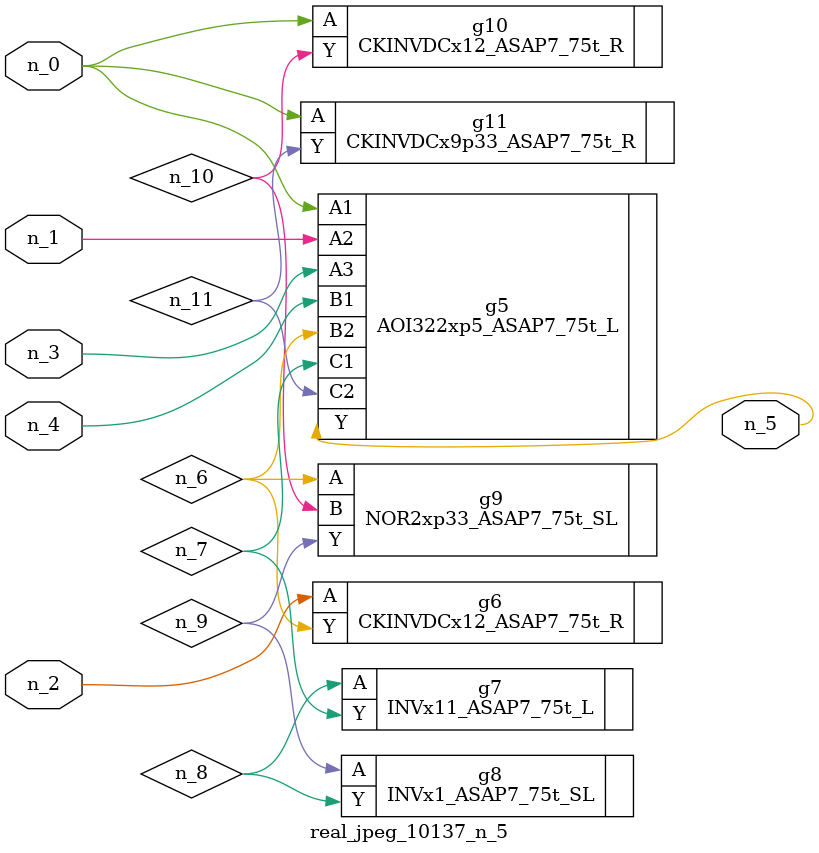
<source format=v>
module real_jpeg_10137_n_5 (n_4, n_0, n_1, n_2, n_3, n_5);

input n_4;
input n_0;
input n_1;
input n_2;
input n_3;

output n_5;

wire n_8;
wire n_11;
wire n_6;
wire n_7;
wire n_10;
wire n_9;

AOI322xp5_ASAP7_75t_L g5 ( 
.A1(n_0),
.A2(n_1),
.A3(n_3),
.B1(n_4),
.B2(n_6),
.C1(n_7),
.C2(n_11),
.Y(n_5)
);

CKINVDCx12_ASAP7_75t_R g10 ( 
.A(n_0),
.Y(n_10)
);

CKINVDCx9p33_ASAP7_75t_R g11 ( 
.A(n_0),
.Y(n_11)
);

CKINVDCx12_ASAP7_75t_R g6 ( 
.A(n_2),
.Y(n_6)
);

NOR2xp33_ASAP7_75t_SL g9 ( 
.A(n_6),
.B(n_10),
.Y(n_9)
);

INVx11_ASAP7_75t_L g7 ( 
.A(n_8),
.Y(n_7)
);

INVx1_ASAP7_75t_SL g8 ( 
.A(n_9),
.Y(n_8)
);


endmodule
</source>
